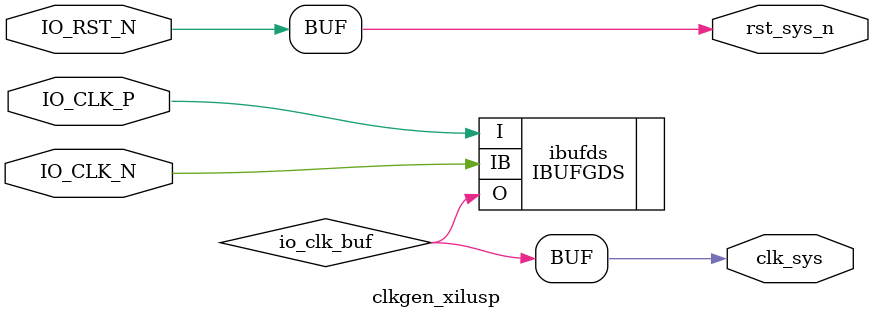
<source format=sv>

module clkgen_xilusp (
    input IO_CLK_P,
    input IO_CLK_N,
    input IO_RST_N,
    output clk_sys,
    output rst_sys_n
);

  logic io_clk_buf;

  // input buffer for differential clock signal
  IBUFGDS ibufds
    (.I  (IO_CLK_P),
     .IB (IO_CLK_N),
     .O  (io_clk_buf));

  assign clk_sys = io_clk_buf;
  assign rst_sys_n = IO_RST_N;

endmodule

</source>
